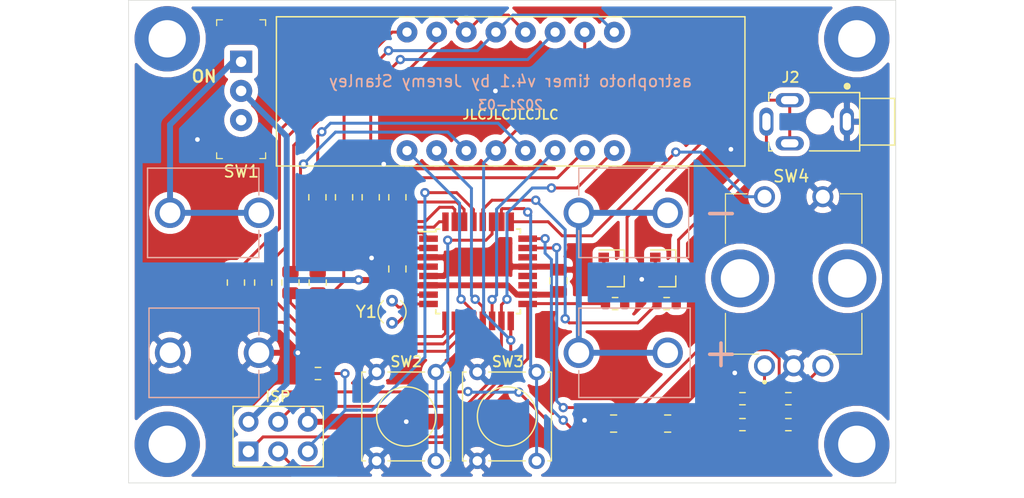
<source format=kicad_pcb>
(kicad_pcb (version 20171130) (host pcbnew "(5.1.9-0-10_14)")
  (layers (0 F.Cu signal) (31 B.Cu signal) (34 B.Paste user) (35 F.Paste user) (36 B.SilkS user) (37 F.SilkS user) (38 B.Mask user) (39 F.Mask user) (44 Edge.Cuts user))
  (net 0 "")
  (net 1 VCC)
  (net 2 GND)
  (net 3 "Net-(LED1-Pad3)")
  (net 4 "Net-(LED1-Pad5)")
  (net 5 "Net-(LED1-Pad7)")
  (net 6 "Net-(LED1-Pad11)")
  (net 7 "Net-(LED1-Pad12)")
  (net 8 "Net-(LED1-Pad13)")
  (net 9 "Net-(LED1-Pad15)")
  (net 10 "Net-(LED1-Pad16)")
  (net 11 /dige)
  (net 12 /dig4)
  (net 13 /rst)
  (net 14 /dig1)
  (net 15 /dig2)
  (net 16 /dig3)
  (net 17 /a)
  (net 18 /b)
  (net 19 /c)
  (net 20 /d)
  (net 21 /e)
  (net 22 /f)
  (net 23 /g)
  (net 24 /dp)
  (net 25 /sw1)
  (net 26 /sw2)
  (net 27 /enc_sw)
  (net 28 /enc_b)
  (net 29 /enc_a)
  (net 30 "Net-(BT1-PadPWR@)")
  (net 31 "Net-(BT1-PadGND@)")
  (net 32 /cam-shutter)
  (net 33 "Net-(J2-PadT)")
  (net 34 "Net-(J2-PadR)")
  (net 35 /cam-focus)
  (net 36 "Net-(U1-Pad22)")
  (net 37 "Net-(U1-Pad20)")
  (net 38 "Net-(U1-Pad19)")
  (net 39 "Net-(Q1-Pad1)")
  (net 40 "Net-(Q2-Pad1)")
  (net 41 "Net-(U1-Pad8)")
  (net 42 "Net-(U1-Pad7)")
  (net 43 "Net-(R11-Pad1)")
  (net 44 "Net-(R12-Pad1)")
  (module Resistor_SMD:R_0603_1608Metric (layer F.Cu) (at 98.6663 118.8085 180)
    (fp_text reference R15 hide)
    (fp_text value 10K)
    (pad 2 smd roundrect (at 0.825 0 180) (size 0.8 0.95) (layers F.Cu F.Paste F.Mask) (net 1 VCC))
    (pad 1 smd roundrect (at -0.825 0 180) (size 0.8 0.95) (layers F.Cu F.Paste F.Mask) (net 13 /rst))
  )
  (module Resistor_SMD:R_0603_1608Metric (layer F.Cu) (at 135.0645 123.19 180)
    (fp_text reference R14 hide)
    (fp_text value 10K)
    (pad 2 smd roundrect (at 0.825 0 180) (size 0.8 0.95) (layers F.Cu F.Paste F.Mask) (net 1 VCC))
    (pad 1 smd roundrect (at -0.825 0 180) (size 0.8 0.95) (layers F.Cu F.Paste F.Mask) (net 44 "Net-(R12-Pad1)"))
  )
  (module Resistor_SMD:R_0603_1608Metric (layer F.Cu) (at 139.0015 123.19 180)
    (fp_text reference R13 hide)
    (fp_text value 10K)
    (pad 2 smd roundrect (at 0.825 0 180) (size 0.8 0.95) (layers F.Cu F.Paste F.Mask) (net 1 VCC))
    (pad 1 smd roundrect (at -0.825 0 180) (size 0.8 0.95) (layers F.Cu F.Paste F.Mask) (net 43 "Net-(R11-Pad1)"))
  )
  (module Resistor_SMD:R_0603_1608Metric (layer F.Cu) (at 135.0645 120.9675 180)
    (fp_text reference R12 hide)
    (fp_text value 10K)
    (pad 2 smd roundrect (at 0.825 0 180) (size 0.8 0.95) (layers F.Cu F.Paste F.Mask) (net 28 /enc_b))
    (pad 1 smd roundrect (at -0.825 0 180) (size 0.8 0.95) (layers F.Cu F.Paste F.Mask) (net 44 "Net-(R12-Pad1)"))
  )
  (module Resistor_SMD:R_0603_1608Metric (layer F.Cu) (at 139.0015 120.9675 180)
    (fp_text reference R11 hide)
    (fp_text value 10K)
    (pad 2 smd roundrect (at 0.825 0 180) (size 0.8 0.95) (layers F.Cu F.Paste F.Mask) (net 29 /enc_a))
    (pad 1 smd roundrect (at -0.825 0 180) (size 0.8 0.95) (layers F.Cu F.Paste F.Mask) (net 43 "Net-(R11-Pad1)"))
  )
  (module Resistor_SMD:R_0603_1608Metric (layer F.Cu) (at 128.5621 112.8141 180)
    (fp_text reference R10 hide)
    (fp_text value 22K)
    (pad 2 smd roundrect (at 0.825 0 180) (size 0.8 0.95) (layers F.Cu F.Paste F.Mask) (net 35 /cam-focus))
    (pad 1 smd roundrect (at -0.825 0 180) (size 0.8 0.95) (layers F.Cu F.Paste F.Mask) (net 40 "Net-(Q2-Pad1)"))
  )
  (module Resistor_SMD:R_0603_1608Metric (layer F.Cu) (at 124.1425 112.8141 180)
    (fp_text reference R9 hide)
    (fp_text value 22K)
    (pad 2 smd roundrect (at 0.825 0 180) (size 0.8 0.95) (layers F.Cu F.Paste F.Mask) (net 32 /cam-shutter))
    (pad 1 smd roundrect (at -0.825 0 180) (size 0.8 0.95) (layers F.Cu F.Paste F.Mask) (net 39 "Net-(Q1-Pad1)"))
  )
  (module Capacitor_SMD:C_0805_2012Metric (layer F.Cu) (at 124.0155 123.1011 180)
    (fp_text reference C4 hide)
    (fp_text value 10nF)
    (pad 2 smd roundrect (at 0.95 0 180) (size 1 1.45) (layers F.Cu F.Paste F.Mask) (net 2 GND))
    (pad 1 smd roundrect (at -0.95 0 180) (size 1 1.45) (layers F.Cu F.Paste F.Mask) (net 29 /enc_a))
  )
  (module Capacitor_SMD:C_0805_2012Metric (layer F.Cu) (at 128.651 123.1011 180)
    (fp_text reference C3 hide)
    (fp_text value 10nF)
    (pad 2 smd roundrect (at 0.95 0 180) (size 1 1.45) (layers F.Cu F.Paste F.Mask) (net 2 GND))
    (pad 1 smd roundrect (at -0.95 0 180) (size 1 1.45) (layers F.Cu F.Paste F.Mask) (net 28 /enc_b))
  )
  (module Capacitor_SMD:C_0805_2012Metric (layer F.Cu) (at 119.2911 110.8583 90)
    (fp_text reference C2 hide)
    (fp_text value 100nF)
    (pad 2 smd roundrect (at 0.95 0 90) (size 1 1.45) (layers F.Cu F.Paste F.Mask) (net 2 GND))
    (pad 1 smd roundrect (at -0.95 0 90) (size 1 1.45) (layers F.Cu F.Paste F.Mask) (net 1 VCC))
  )
  (module sparkfun-batteries:BATTERY-AAA (layer B.Cu) (at 107.315 117.0305 180)
    (fp_text reference BT2 hide)
    (fp_text value Battery_Cell hide)
    (fp_text user + (at -25.908 0.0635) (layer B.SilkS) (effects (font (size 2.54 2.54) (thickness 0.3048)) (justify mirror)))
    (pad PWR@ thru_hole circle (at -13.716 0 180) (size 2.6 2.6) (drill 1.78) (layers *.Cu *.Mask) (net 31 "Net-(BT1-PadGND@)"))
    (pad PWR@ thru_hole circle (at -21.336 0 180) (size 2.6 2.6) (drill 1.78) (layers *.Cu *.Mask) (net 31 "Net-(BT1-PadGND@)"))
    (pad GND@ thru_hole circle (at 13.716 0 180) (size 2.6 2.6) (drill 1.78) (layers *.Cu *.Mask) (net 2 GND))
    (pad GND@ thru_hole circle (at 21.336 0 180) (size 2.6 2.6) (drill 1.78) (layers *.Cu *.Mask) (net 2 GND))
  )
  (module Crystal:Crystal_Round_D2.0mm_Vertical (layer F.Cu) (at 105.0163 114.4651 90)
    (fp_text reference Y1 (at 0.95 -2.2 180) (layer F.SilkS))
    (fp_text value Crystal)
    (pad 2 thru_hole circle (at 1.9 0 90) (size 1 1) (drill 0.5) (layers *.Cu *.Mask) (net 42 "Net-(U1-Pad7)"))
    (pad 1 thru_hole circle (at 0 0 90) (size 1 1) (drill 0.5) (layers *.Cu *.Mask) (net 41 "Net-(U1-Pad8)"))
  )
  (module Resistor_SMD:R_0805_2012Metric (layer F.Cu) (at 105.4735 103.6955 90)
    (fp_text reference R8 hide)
    (fp_text value 470)
    (pad 2 smd roundrect (at 0.9125 0 90) (size 1.025 1.4) (layers F.Cu F.Paste F.Mask) (roundrect_rratio 0.2439004878048781) (net 5 "Net-(LED1-Pad7)"))
    (pad 1 smd roundrect (at -0.9125 0 90) (size 1.025 1.4) (layers F.Cu F.Paste F.Mask) (roundrect_rratio 0.2439004878048781) (net 24 /dp))
  )
  (module Resistor_SMD:R_0805_2012Metric (layer F.Cu) (at 103.1875 103.6955 90)
    (fp_text reference R7 hide)
    (fp_text value 470)
    (pad 2 smd roundrect (at 0.9125 0 90) (size 1.025 1.4) (layers F.Cu F.Paste F.Mask) (roundrect_rratio 0.2439004878048781) (net 9 "Net-(LED1-Pad15)"))
    (pad 1 smd roundrect (at -0.9125 0 90) (size 1.025 1.4) (layers F.Cu F.Paste F.Mask) (roundrect_rratio 0.2439004878048781) (net 23 /g))
  )
  (module Resistor_SMD:R_0805_2012Metric (layer F.Cu) (at 100.9015 103.6955 90)
    (fp_text reference R6 hide)
    (fp_text value 470)
    (pad 2 smd roundrect (at 0.9125 0 90) (size 1.025 1.4) (layers F.Cu F.Paste F.Mask) (roundrect_rratio 0.2439004878048781) (net 6 "Net-(LED1-Pad11)"))
    (pad 1 smd roundrect (at -0.9125 0 90) (size 1.025 1.4) (layers F.Cu F.Paste F.Mask) (roundrect_rratio 0.2439004878048781) (net 22 /f))
  )
  (module Resistor_SMD:R_0805_2012Metric (layer F.Cu) (at 98.6155 103.6955 90)
    (fp_text reference R5 hide)
    (fp_text value 470)
    (pad 2 smd roundrect (at 0.9125 0 90) (size 1.025 1.4) (layers F.Cu F.Paste F.Mask) (roundrect_rratio 0.2439004878048781) (net 4 "Net-(LED1-Pad5)"))
    (pad 1 smd roundrect (at -0.9125 0 90) (size 1.025 1.4) (layers F.Cu F.Paste F.Mask) (roundrect_rratio 0.2439004878048781) (net 21 /e))
  )
  (module Resistor_SMD:R_0805_2012Metric (layer F.Cu) (at 98.6409 111.0107 90)
    (fp_text reference R4 hide)
    (fp_text value 470)
    (pad 2 smd roundrect (at 0.9125 0 90) (size 1.025 1.4) (layers F.Cu F.Paste F.Mask) (roundrect_rratio 0.2439004878048781) (net 3 "Net-(LED1-Pad3)"))
    (pad 1 smd roundrect (at -0.9125 0 90) (size 1.025 1.4) (layers F.Cu F.Paste F.Mask) (roundrect_rratio 0.2439004878048781) (net 20 /d))
  )
  (module Resistor_SMD:R_0805_2012Metric (layer F.Cu) (at 96.3041 111.0107 90)
    (fp_text reference R3 hide)
    (fp_text value 470)
    (pad 2 smd roundrect (at 0.9125 0 90) (size 1.025 1.4) (layers F.Cu F.Paste F.Mask) (roundrect_rratio 0.2439004878048781) (net 8 "Net-(LED1-Pad13)"))
    (pad 1 smd roundrect (at -0.9125 0 90) (size 1.025 1.4) (layers F.Cu F.Paste F.Mask) (roundrect_rratio 0.2439004878048781) (net 19 /c))
  )
  (module Resistor_SMD:R_0805_2012Metric (layer F.Cu) (at 93.9673 111.0107 90)
    (fp_text reference R2 hide)
    (fp_text value 470)
    (pad 2 smd roundrect (at 0.9125 0 90) (size 1.025 1.4) (layers F.Cu F.Paste F.Mask) (roundrect_rratio 0.2439004878048781) (net 10 "Net-(LED1-Pad16)"))
    (pad 1 smd roundrect (at -0.9125 0 90) (size 1.025 1.4) (layers F.Cu F.Paste F.Mask) (roundrect_rratio 0.2439004878048781) (net 18 /b))
  )
  (module Resistor_SMD:R_0805_2012Metric (layer F.Cu) (at 91.6305 111.0107 90)
    (fp_text reference R1 hide)
    (fp_text value 470)
    (pad 2 smd roundrect (at 0.9125 0 90) (size 1.025 1.4) (layers F.Cu F.Paste F.Mask) (roundrect_rratio 0.2439004878048781) (net 7 "Net-(LED1-Pad12)"))
    (pad 1 smd roundrect (at -0.9125 0 90) (size 1.025 1.4) (layers F.Cu F.Paste F.Mask) (roundrect_rratio 0.2439004878048781) (net 17 /a))
  )
  (module Capacitor_SMD:C_0805_2012Metric (layer F.Cu) (at 105.4735 109.8423 90)
    (fp_text reference C1 hide)
    (fp_text value 100nF)
    (pad 2 smd roundrect (at 0.95 0 90) (size 1 1.45) (layers F.Cu F.Paste F.Mask) (net 2 GND))
    (pad 1 smd roundrect (at -0.95 0 90) (size 1 1.45) (layers F.Cu F.Paste F.Mask) (net 1 VCC))
  )
  (module Package_QFP:TQFP-32_7x7mm_P0.8mm (layer F.Cu) (at 112.395 110.0455)
    (fp_text reference U1 hide)
    (fp_text value ATmega328P-AU)
    (pad 32 smd rect (at -2.8 -4.25 90) (size 1.6 0.55) (layers F.Cu F.Paste F.Mask) (net 22 /f))
    (pad 31 smd rect (at -2 -4.25 90) (size 1.6 0.55) (layers F.Cu F.Paste F.Mask) (net 23 /g))
    (pad 30 smd rect (at -1.2 -4.25 90) (size 1.6 0.55) (layers F.Cu F.Paste F.Mask) (net 24 /dp))
    (pad 29 smd rect (at -0.4 -4.25 90) (size 1.6 0.55) (layers F.Cu F.Paste F.Mask) (net 13 /rst))
    (pad 28 smd rect (at 0.4 -4.25 90) (size 1.6 0.55) (layers F.Cu F.Paste F.Mask) (net 35 /cam-focus))
    (pad 27 smd rect (at 1.2 -4.25 90) (size 1.6 0.55) (layers F.Cu F.Paste F.Mask) (net 25 /sw1))
    (pad 26 smd rect (at 2 -4.25 90) (size 1.6 0.55) (layers F.Cu F.Paste F.Mask) (net 26 /sw2))
    (pad 25 smd rect (at 2.8 -4.25 90) (size 1.6 0.55) (layers F.Cu F.Paste F.Mask) (net 27 /enc_sw))
    (pad 24 smd rect (at 4.25 -2.8) (size 1.6 0.55) (layers F.Cu F.Paste F.Mask) (net 28 /enc_b))
    (pad 23 smd rect (at 4.25 -2) (size 1.6 0.55) (layers F.Cu F.Paste F.Mask) (net 29 /enc_a))
    (pad 22 smd rect (at 4.25 -1.2) (size 1.6 0.55) (layers F.Cu F.Paste F.Mask) (net 36 "Net-(U1-Pad22)"))
    (pad 21 smd rect (at 4.25 -0.4) (size 1.6 0.55) (layers F.Cu F.Paste F.Mask) (net 2 GND))
    (pad 20 smd rect (at 4.25 0.4) (size 1.6 0.55) (layers F.Cu F.Paste F.Mask) (net 37 "Net-(U1-Pad20)"))
    (pad 19 smd rect (at 4.25 1.2) (size 1.6 0.55) (layers F.Cu F.Paste F.Mask) (net 38 "Net-(U1-Pad19)"))
    (pad 18 smd rect (at 4.25 2) (size 1.6 0.55) (layers F.Cu F.Paste F.Mask) (net 1 VCC))
    (pad 17 smd rect (at 4.25 2.8) (size 1.6 0.55) (layers F.Cu F.Paste F.Mask) (net 32 /cam-shutter))
    (pad 16 smd rect (at 2.8 4.25 90) (size 1.6 0.55) (layers F.Cu F.Paste F.Mask) (net 11 /dige))
    (pad 15 smd rect (at 2 4.25 90) (size 1.6 0.55) (layers F.Cu F.Paste F.Mask) (net 12 /dig4))
    (pad 14 smd rect (at 1.2 4.25 90) (size 1.6 0.55) (layers F.Cu F.Paste F.Mask) (net 16 /dig3))
    (pad 13 smd rect (at 0.4 4.25 90) (size 1.6 0.55) (layers F.Cu F.Paste F.Mask) (net 15 /dig2))
    (pad 12 smd rect (at -0.4 4.25 90) (size 1.6 0.55) (layers F.Cu F.Paste F.Mask) (net 14 /dig1))
    (pad 11 smd rect (at -1.2 4.25 90) (size 1.6 0.55) (layers F.Cu F.Paste F.Mask) (net 17 /a))
    (pad 10 smd rect (at -2 4.25 90) (size 1.6 0.55) (layers F.Cu F.Paste F.Mask) (net 18 /b))
    (pad 9 smd rect (at -2.8 4.25 90) (size 1.6 0.55) (layers F.Cu F.Paste F.Mask) (net 19 /c))
    (pad 8 smd rect (at -4.25 2.8) (size 1.6 0.55) (layers F.Cu F.Paste F.Mask) (net 41 "Net-(U1-Pad8)"))
    (pad 7 smd rect (at -4.25 2) (size 1.6 0.55) (layers F.Cu F.Paste F.Mask) (net 42 "Net-(U1-Pad7)"))
    (pad 6 smd rect (at -4.25 1.2) (size 1.6 0.55) (layers F.Cu F.Paste F.Mask) (net 1 VCC))
    (pad 5 smd rect (at -4.25 0.4) (size 1.6 0.55) (layers F.Cu F.Paste F.Mask) (net 2 GND))
    (pad 4 smd rect (at -4.25 -0.4) (size 1.6 0.55) (layers F.Cu F.Paste F.Mask) (net 1 VCC))
    (pad 3 smd rect (at -4.25 -1.2) (size 1.6 0.55) (layers F.Cu F.Paste F.Mask) (net 2 GND))
    (pad 2 smd rect (at -4.25 -2) (size 1.6 0.55) (layers F.Cu F.Paste F.Mask) (net 20 /d))
    (pad 1 smd rect (at -4.25 -2.8) (size 1.6 0.55) (layers F.Cu F.Paste F.Mask) (net 21 /e))
  )
  (module sparkfun-batteries:BATTERY-AAA (layer B.Cu) (at 107.315 105.029)
    (fp_text reference BT1 hide)
    (fp_text value Battery_Cell hide)
    (fp_text user - (at 25.908 -0.127 180) (layer B.SilkS) (effects (font (size 2.54 2.54) (thickness 0.3048)) (justify mirror)))
    (pad PWR@ thru_hole circle (at -13.716 0) (size 2.6 2.6) (drill 1.78) (layers *.Cu *.Mask) (net 30 "Net-(BT1-PadPWR@)"))
    (pad PWR@ thru_hole circle (at -21.336 0) (size 2.6 2.6) (drill 1.78) (layers *.Cu *.Mask) (net 30 "Net-(BT1-PadPWR@)"))
    (pad GND@ thru_hole circle (at 13.716 0) (size 2.6 2.6) (drill 1.78) (layers *.Cu *.Mask) (net 31 "Net-(BT1-PadGND@)"))
    (pad GND@ thru_hole circle (at 21.336 0) (size 2.6 2.6) (drill 1.78) (layers *.Cu *.Mask) (net 31 "Net-(BT1-PadGND@)"))
  )
  (module Package_TO_SOT_SMD:SOT-23 (layer F.Cu) (at 128.5875 109.7915)
    (fp_text reference Q2 hide)
    (fp_text value Q_NPN_BEC)
    (pad 3 smd rect (at 1 0) (size 0.9 0.8) (layers F.Cu F.Paste F.Mask) (net 34 "Net-(J2-PadR)"))
    (pad 2 smd rect (at -1 0.95) (size 0.9 0.8) (layers F.Cu F.Paste F.Mask) (net 2 GND))
    (pad 1 smd rect (at -1 -0.95) (size 0.9 0.8) (layers F.Cu F.Paste F.Mask) (net 40 "Net-(Q2-Pad1)"))
  )
  (module Package_TO_SOT_SMD:SOT-23 (layer F.Cu) (at 124.1679 109.7915)
    (fp_text reference Q1 hide)
    (fp_text value Q_NPN_BEC)
    (pad 3 smd rect (at 1 0) (size 0.9 0.8) (layers F.Cu F.Paste F.Mask) (net 33 "Net-(J2-PadT)"))
    (pad 2 smd rect (at -1 0.95) (size 0.9 0.8) (layers F.Cu F.Paste F.Mask) (net 2 GND))
    (pad 1 smd rect (at -1 -0.95) (size 0.9 0.8) (layers F.Cu F.Paste F.Mask) (net 39 "Net-(Q1-Pad1)"))
  )
  (module more_different_sj1:CUI_SJ1-2503A (layer F.Cu) (at 144.018 97.2185 270)
    (fp_text reference J2 (at -3.81 4.826 180) (layer F.SilkS) (effects (font (size 0.889 0.889) (thickness 0.1524))))
    (fp_text value AudioJack3)
    (pad R thru_hole oval (at 0 6.9 270) (size 2.416 1.208) (drill oval 1.5 0.7) (layers *.Cu *.Mask) (net 34 "Net-(J2-PadR)"))
    (pad T thru_hole oval (at 1.85 4.9 270) (size 1.208 2.416) (drill oval 0.7 1.5) (layers *.Cu *.Mask) (net 33 "Net-(J2-PadT)"))
    (pad T thru_hole oval (at -1.85 4.9 270) (size 1.208 2.416) (drill oval 0.7 1.5) (layers *.Cu *.Mask) (net 33 "Net-(J2-PadT)"))
    (pad S thru_hole oval (at 0 0 270) (size 2.416 1.208) (drill oval 1.5 0.7) (layers *.Cu *.Mask) (net 2 GND))
    (pad None np_thru_hole circle (at 0 2.4 270) (size 1.2 1.2) (drill 1.2) (layers *.Cu *.Mask))
  )
  (module Button_Switch_THT:SW_Tactile_Straight_KSA0Axx1LFTR (layer F.Cu) (at 112.3315 126.3015 90)
    (fp_text reference SW3 (at 8.509 2.6035 180) (layer F.SilkS) (effects (font (size 0.889 0.889) (thickness 0.1524))))
    (fp_text value SW_Push)
    (pad 2 thru_hole circle (at 0 5.08 90) (size 1.397 1.397) (drill 0.8128) (layers *.Cu *.Mask) (net 26 /sw2))
    (pad 1 thru_hole circle (at 0 0 90) (size 1.397 1.397) (drill 0.8128) (layers *.Cu *.Mask) (net 2 GND))
    (pad 2 thru_hole circle (at 7.62 5.08 90) (size 1.397 1.397) (drill 0.8128) (layers *.Cu *.Mask) (net 26 /sw2))
    (pad 1 thru_hole circle (at 7.62 0 90) (size 1.397 1.397) (drill 0.8128) (layers *.Cu *.Mask) (net 2 GND))
  )
  (module en11:EN11HSM1AF15 (layer F.Cu) (at 136.9568 118.1481)
    (fp_text reference SW4 (at 2.286 -16.256) (layer F.SilkS) (effects (font (size 1.016 1.016) (thickness 0.1524))))
    (fp_text value Rotary_Encoder_Switch hide)
    (pad "" thru_hole circle (at 7.1 -7.5) (size 4.951999 4.951999) (drill 3.3015) (layers *.Cu *.Mask))
    (pad "" thru_hole circle (at -2.1 -7.5) (size 4.951999 4.951999) (drill 3.3015) (layers *.Cu *.Mask))
    (pad S2 thru_hole circle (at 5 -14.5) (size 1.8 1.8) (drill 1.2) (layers *.Cu *.Mask) (net 2 GND))
    (pad S1 thru_hole circle (at 0 -14.5) (size 1.8 1.8) (drill 1.2) (layers *.Cu *.Mask) (net 27 /enc_sw))
    (pad C thru_hole circle (at 2.5 0) (size 1.8 1.8) (drill 1.2) (layers *.Cu *.Mask) (net 2 GND))
    (pad B thru_hole circle (at 5 0) (size 1.8 1.8) (drill 1.2) (layers *.Cu *.Mask) (net 43 "Net-(R11-Pad1)"))
    (pad A thru_hole circle (at 0 0) (size 1.8 1.8) (drill 1.2) (layers *.Cu *.Mask) (net 44 "Net-(R12-Pad1)"))
  )
  (module digikey:Switch_Slide_11.6x4mm_EG1218 (layer F.Cu) (at 92.075 92.075 270)
    (fp_text reference SW1 (at 9.4107 -0.0127 180) (layer F.SilkS))
    (fp_text value SW_SPST)
    (pad 3 thru_hole circle (at 5 0 270) (size 1.9 1.9) (drill 0.9) (layers *.Cu *.Mask))
    (pad 2 thru_hole circle (at 2.5 0 270) (size 1.9 1.9) (drill 0.9) (layers *.Cu *.Mask) (net 1 VCC))
    (pad 1 thru_hole rect (at 0 0 270) (size 1.9 1.9) (drill 0.9) (layers *.Cu *.Mask) (net 30 "Net-(BT1-PadPWR@)"))
  )
  (module MountingHole:MountingHole_3.2mm_M3_DIN965_Pad (layer F.Cu) (at 85.7377 90.1065)
    (fp_text reference REF** hide)
    (fp_text value MountingHole_3.2mm_M3_DIN965_Pad)
    (pad "" thru_hole circle (at 0 0) (size 5.599999 5.599999) (drill 3.200001) (layers *.Cu *.Mask))
  )
  (module MountingHole:MountingHole_3.2mm_M3_DIN965_Pad (layer F.Cu) (at 85.7377 124.8791)
    (fp_text reference REF** hide)
    (fp_text value MountingHole_3.2mm_M3_DIN965_Pad)
    (pad "" thru_hole circle (at 0 0) (size 5.599999 5.599999) (drill 3.200001) (layers *.Cu *.Mask))
  )
  (module MountingHole:MountingHole_3.2mm_M3_DIN965_Pad (layer F.Cu) (at 144.8689 124.8537)
    (fp_text reference REF** hide)
    (fp_text value MountingHole_3.2mm_M3_DIN965_Pad)
    (pad "" thru_hole circle (at 0 0.0254) (size 5.599999 5.599999) (drill 3.200001) (layers *.Cu *.Mask))
  )
  (module MountingHole:MountingHole_3.2mm_M3_DIN965_Pad (layer F.Cu) (at 144.8689 90.1065)
    (fp_text reference REF** hide)
    (fp_text value MountingHole_3.2mm_M3_DIN965_Pad)
    (pad "" thru_hole circle (at 0 0) (size 5.599999 5.599999) (drill 3.200001) (layers *.Cu *.Mask))
  )
  (module Button_Switch_THT:SW_Tactile_Straight_KSA0Axx1LFTR (layer F.Cu) (at 103.6955 126.3015 90)
    (fp_text reference SW2 (at 8.509 2.54 180) (layer F.SilkS) (effects (font (size 0.889 0.889) (thickness 0.1524))))
    (fp_text value SW_Push)
    (pad 2 thru_hole circle (at 0 5.08 90) (size 1.397 1.397) (drill 0.8128) (layers *.Cu *.Mask) (net 25 /sw1))
    (pad 1 thru_hole circle (at 0 0 90) (size 1.397 1.397) (drill 0.8128) (layers *.Cu *.Mask) (net 2 GND))
    (pad 2 thru_hole circle (at 7.62 5.08 90) (size 1.397 1.397) (drill 0.8128) (layers *.Cu *.Mask) (net 25 /sw1))
    (pad 1 thru_hole circle (at 7.62 0 90) (size 1.397 1.397) (drill 0.8128) (layers *.Cu *.Mask) (net 2 GND))
  )
  (module SparkFun_LEDs:7-SEGMENT-4DIGIT-YOUNGSUN (layer F.Cu) (at 115.189 94.615)
    (fp_text reference LED1 hide)
    (fp_text value 7-SEGMENT-4DIGIT-10MM-RED hide)
    (pad 1 thru_hole circle (at -8.89 5.08) (size 1.778 1.778) (drill 0.79756) (layers *.Cu *.Mask) (net 14 /dig1))
    (pad 2 thru_hole circle (at -6.35 5.08) (size 1.778 1.778) (drill 0.79756) (layers *.Cu *.Mask) (net 15 /dig2))
    (pad 3 thru_hole circle (at -3.81 5.08) (size 1.778 1.778) (drill 0.79756) (layers *.Cu *.Mask) (net 3 "Net-(LED1-Pad3)"))
    (pad 4 thru_hole circle (at -1.27 5.08) (size 1.778 1.778) (drill 0.79756) (layers *.Cu *.Mask) (net 11 /dige))
    (pad 5 thru_hole circle (at 1.27 5.08) (size 1.778 1.778) (drill 0.79756) (layers *.Cu *.Mask) (net 4 "Net-(LED1-Pad5)"))
    (pad 6 thru_hole circle (at 3.81 5.08) (size 1.778 1.778) (drill 0.79756) (layers *.Cu *.Mask) (net 16 /dig3))
    (pad 7 thru_hole circle (at 6.35 5.08) (size 1.778 1.778) (drill 0.79756) (layers *.Cu *.Mask) (net 5 "Net-(LED1-Pad7)"))
    (pad 8 thru_hole circle (at 8.89 5.08) (size 1.778 1.778) (drill 0.79756) (layers *.Cu *.Mask) (net 12 /dig4))
    (pad 9 thru_hole circle (at 8.89 -5.08) (size 1.778 1.778) (drill 0.79756) (layers *.Cu *.Mask) (net 8 "Net-(LED1-Pad13)"))
    (pad 10 thru_hole circle (at 6.35 -5.08) (size 1.778 1.778) (drill 0.79756) (layers *.Cu *.Mask) (net 11 /dige))
    (pad 11 thru_hole circle (at 3.81 -5.08) (size 1.778 1.778) (drill 0.79756) (layers *.Cu *.Mask) (net 6 "Net-(LED1-Pad11)"))
    (pad 12 thru_hole circle (at 1.27 -5.08) (size 1.778 1.778) (drill 0.79756) (layers *.Cu *.Mask) (net 7 "Net-(LED1-Pad12)"))
    (pad 13 thru_hole circle (at -1.27 -5.08) (size 1.778 1.778) (drill 0.79756) (layers *.Cu *.Mask) (net 8 "Net-(LED1-Pad13)"))
    (pad 14 thru_hole circle (at -3.81 -5.08) (size 1.778 1.778) (drill 0.79756) (layers *.Cu *.Mask) (net 7 "Net-(LED1-Pad12)"))
    (pad 15 thru_hole circle (at -6.35 -5.08) (size 1.778 1.778) (drill 0.79756) (layers *.Cu *.Mask) (net 9 "Net-(LED1-Pad15)"))
    (pad 16 thru_hole circle (at -8.89 -5.08) (size 1.778 1.778) (drill 0.79756) (layers *.Cu *.Mask) (net 10 "Net-(LED1-Pad16)"))
  )
  (module Connector_PinHeader_2.54mm:PinHeader_2x03_P2.54mm_Vertical (layer F.Cu) (at 92.71 125.4887 90)
    (fp_text reference J1 hide)
    (fp_text value AVR-ISP-6)
    (pad 1 thru_hole rect (at 0 0 90) (size 1.7 1.7) (drill 1) (layers *.Cu *.Mask) (net 11 /dige))
    (pad 2 thru_hole oval (at 2.54 0 90) (size 1.7 1.7) (drill 1) (layers *.Cu *.Mask) (net 1 VCC))
    (pad 3 thru_hole oval (at 0 2.54 90) (size 1.7 1.7) (drill 1) (layers *.Cu *.Mask) (net 32 /cam-shutter))
    (pad 4 thru_hole oval (at 2.54 2.54 90) (size 1.7 1.7) (drill 1) (layers *.Cu *.Mask) (net 12 /dig4))
    (pad 5 thru_hole oval (at 0 5.08 90) (size 1.7 1.7) (drill 1) (layers *.Cu *.Mask) (net 13 /rst))
    (pad 6 thru_hole oval (at 2.54 5.08 90) (size 1.7 1.7) (drill 1) (layers *.Cu *.Mask) (net 2 GND))
  )
  (gr_text JLCJLCJLCJLC (at 115.1763 96.6089) (layer F.SilkS) (effects (font (size 0.8 0.8))))
  (gr_text ON (at 88.9 93.3323) (layer F.SilkS) (effects (font (size 1 1) (thickness 0.2))))
  (gr_text 2021-03 (at 115.1763 95.7707) (layer B.SilkS) (effects (font (size 0.8 0.8)) (justify mirror)))
  (gr_text ISP (at 95.2246 120.7897) (layer F.SilkS) (effects (font (size 0.889 0.889) (thickness 0.1524))))
  (gr_text "astrophoto timer v4.1 by Jeremy Stanley" (at 115.1763 93.7387) (layer B.SilkS) (effects (font (size 1 1)) (justify mirror)))
  (gr_line (start 148.209 86.8045) (end 82.423 86.8045) (layer Edge.Cuts) (width 0.05))
  (gr_line (start 148.209 128.1905) (end 148.209 86.8045) (layer Edge.Cuts) (width 0.05))
  (gr_line (start 82.423 128.1905) (end 148.209 128.1905) (layer Edge.Cuts) (width 0.05))
  (gr_line (start 82.423 86.8045) (end 82.423 128.1905) (layer Edge.Cuts) (width 0.05))
  (segment (start 114.925518 111.2455) (end 115.725518 112.0455) (width 0.508) (layer F.Cu) (net 1))
  (segment (start 108.145 111.2455) (end 114.925518 111.2455) (width 0.508) (layer F.Cu) (net 1))
  (segment (start 115.725518 112.0455) (end 116.645 112.0455) (width 0.508) (layer F.Cu) (net 1))
  (segment (start 108.145 109.6455) (end 107.7277 109.6455) (width 0.508) (layer F.Cu) (net 1))
  (segment (start 107.7277 109.6455) (end 107.6935 109.6797) (width 0.508) (layer F.Cu) (net 1))
  (segment (start 105.00872 110.79988) (end 105.0163 110.7923) (width 0.508) (layer F.Cu) (net 1))
  (segment (start 106.6203 109.6455) (end 108.145 109.6455) (width 0.508) (layer F.Cu) (net 1))
  (segment (start 105.4735 110.7923) (end 106.6203 109.6455) (width 0.508) (layer F.Cu) (net 1))
  (segment (start 105.9267 111.2455) (end 108.145 111.2455) (width 0.508) (layer F.Cu) (net 1))
  (segment (start 105.4735 110.7923) (end 105.9267 111.2455) (width 0.508) (layer F.Cu) (net 1))
  (segment (start 119.0539 112.0455) (end 116.645 112.0455) (width 0.508) (layer F.Cu) (net 1))
  (segment (start 119.2911 111.8083) (end 119.0539 112.0455) (width 0.508) (layer F.Cu) (net 1))
  (segment (start 97.7538 120.3306) (end 97.7011 120.3833) (width 0.25) (layer F.Cu) (net 1))
  (via (at 115.8875 120.4087) (size 0.8) (drill 0.4) (layers F.Cu B.Cu) (net 1))
  (via (at 102.146098 110.7821) (size 0.8) (drill 0.4) (layers F.Cu B.Cu) (net 1))
  (segment (start 102.135938 110.79226) (end 102.146098 110.7821) (width 0.508) (layer B.Cu) (net 1))
  (segment (start 96.23044 110.79226) (end 102.135938 110.79226) (width 0.508) (layer B.Cu) (net 1))
  (segment (start 105.4735 110.7923) (end 102.156298 110.7923) (width 0.508) (layer F.Cu) (net 1))
  (segment (start 102.156298 110.7923) (end 102.146098 110.7821) (width 0.508) (layer F.Cu) (net 1))
  (segment (start 97.8413 120.3711) (end 97.8535 120.3833) (width 0.254) (layer F.Cu) (net 1))
  (segment (start 97.8413 118.8085) (end 97.8413 120.3711) (width 0.254) (layer F.Cu) (net 1))
  (segment (start 97.7011 120.3833) (end 97.8535 120.3833) (width 0.254) (layer F.Cu) (net 1))
  (segment (start 97.8535 120.3833) (end 111.497716 120.3833) (width 0.254) (layer F.Cu) (net 1))
  (via (at 111.527259 120.353757) (size 0.8) (drill 0.4) (layers F.Cu B.Cu) (net 1))
  (segment (start 115.8875 120.4087) (end 111.582202 120.4087) (width 0.254) (layer B.Cu) (net 1))
  (segment (start 111.582202 120.4087) (end 111.527259 120.353757) (width 0.254) (layer B.Cu) (net 1))
  (segment (start 111.497716 120.3833) (end 111.527259 120.353757) (width 0.254) (layer F.Cu) (net 1))
  (segment (start 137.1732 124.1933) (end 138.1765 123.19) (width 0.25) (layer F.Cu) (net 1))
  (segment (start 135.2428 124.1933) (end 137.1732 124.1933) (width 0.25) (layer F.Cu) (net 1))
  (segment (start 134.2395 123.19) (end 135.2428 124.1933) (width 0.25) (layer F.Cu) (net 1))
  (segment (start 95.983499 119.675201) (end 92.71 122.9487) (width 0.508) (layer B.Cu) (net 1))
  (segment (start 95.983499 98.483499) (end 95.983499 119.675201) (width 0.508) (layer B.Cu) (net 1))
  (segment (start 92.075 94.575) (end 95.983499 98.483499) (width 0.508) (layer B.Cu) (net 1))
  (segment (start 95.2754 120.3833) (end 92.71 122.9487) (width 0.254) (layer F.Cu) (net 1))
  (segment (start 97.7011 120.3833) (end 95.2754 120.3833) (width 0.254) (layer F.Cu) (net 1))
  (segment (start 121.6787 126.1999) (end 129.1209 126.1999) (width 0.25) (layer F.Cu) (net 1))
  (segment (start 132.1308 123.19) (end 134.2395 123.19) (width 0.25) (layer F.Cu) (net 1))
  (segment (start 129.1209 126.1999) (end 132.1308 123.19) (width 0.25) (layer F.Cu) (net 1))
  (segment (start 115.8875 120.4087) (end 121.6787 126.1999) (width 0.25) (layer F.Cu) (net 1))
  (segment (start 109.777801 109.614699) (end 109.777801 109.614699) (width 0.254) (layer F.Cu) (net 2))
  (segment (start 109.777801 109.170301) (end 109.777801 109.614699) (width 0.508) (layer F.Cu) (net 2))
  (segment (start 109.453 108.8455) (end 109.777801 109.170301) (width 0.508) (layer F.Cu) (net 2))
  (segment (start 108.145 108.8455) (end 109.453 108.8455) (width 0.508) (layer F.Cu) (net 2))
  (segment (start 109.777801 110.120699) (end 109.777801 109.614699) (width 0.508) (layer F.Cu) (net 2))
  (segment (start 109.453 110.4455) (end 109.777801 110.120699) (width 0.508) (layer F.Cu) (net 2))
  (segment (start 108.145 110.4455) (end 109.453 110.4455) (width 0.508) (layer F.Cu) (net 2))
  (segment (start 109.808602 109.6455) (end 109.777801 109.614699) (width 0.508) (layer F.Cu) (net 2))
  (segment (start 116.645 109.6455) (end 109.808602 109.6455) (width 0.508) (layer F.Cu) (net 2))
  (via (at 134.0739 99.5807) (size 0.8) (drill 0.4) (layers F.Cu B.Cu) (net 2))
  (via (at 113.8809 94.5769) (size 0.8) (drill 0.4) (layers F.Cu B.Cu) (net 2))
  (via (at 106.2355 122.936) (size 0.8) (drill 0.4) (layers F.Cu B.Cu) (net 2))
  (via (at 88.3285 98.7425) (size 0.8) (drill 0.4) (layers F.Cu B.Cu) (net 2))
  (segment (start 103.26124 108.89988) (end 103.26124 108.89988) (width 0.508) (layer F.Cu) (net 2))
  (via (at 103.261224 108.89988) (size 0.8) (drill 0.4) (layers F.Cu B.Cu) (net 2))
  (segment (start 105.0631 108.8455) (end 105.0163 108.8923) (width 0.508) (layer F.Cu) (net 2))
  (segment (start 105.5203 108.8455) (end 105.4735 108.8923) (width 0.508) (layer F.Cu) (net 2))
  (segment (start 108.145 108.8455) (end 105.5203 108.8455) (width 0.508) (layer F.Cu) (net 2))
  (segment (start 103.268804 108.8923) (end 103.261224 108.89988) (width 0.508) (layer F.Cu) (net 2))
  (segment (start 105.4735 108.8923) (end 103.268804 108.8923) (width 0.508) (layer F.Cu) (net 2))
  (segment (start 119.0283 109.6455) (end 119.2911 109.9083) (width 0.508) (layer F.Cu) (net 2))
  (segment (start 116.645 109.6455) (end 119.0283 109.6455) (width 0.508) (layer F.Cu) (net 2))
  (segment (start 122.3347 109.9083) (end 123.1679 110.7415) (width 0.254) (layer F.Cu) (net 2))
  (segment (start 119.2911 109.9083) (end 122.3347 109.9083) (width 0.254) (layer F.Cu) (net 2))
  (via (at 126.4285 110.7313) (size 0.8) (drill 0.4) (layers F.Cu B.Cu) (net 2))
  (segment (start 126.4387 110.7415) (end 126.4285 110.7313) (width 0.254) (layer F.Cu) (net 2))
  (segment (start 127.5875 110.7415) (end 126.4387 110.7415) (width 0.254) (layer F.Cu) (net 2))
  (via (at 104.3051 100.8507) (size 0.8) (drill 0.4) (layers F.Cu B.Cu) (net 2))
  (via (at 134.4041 118.7577) (size 0.8) (drill 0.4) (layers F.Cu B.Cu) (net 2))
  (via (at 121.5263 122.8217) (size 0.8) (drill 0.4) (layers F.Cu B.Cu) (net 2))
  (via (at 96.9391 117.0305) (size 0.8) (drill 0.4) (layers F.Cu B.Cu) (net 2))
  (segment (start 93.599 117.0305) (end 96.9391 117.0305) (width 0.508) (layer F.Cu) (net 2))
  (segment (start 100.164898 98.1075) (end 97.4217 100.850698) (width 0.254) (layer B.Cu) (net 3))
  (segment (start 111.379 99.695) (end 109.7915 98.1075) (width 0.254) (layer B.Cu) (net 3))
  (segment (start 109.7915 98.1075) (end 100.164898 98.1075) (width 0.254) (layer B.Cu) (net 3))
  (via (at 97.4217 100.850698) (size 0.8) (drill 0.4) (layers F.Cu B.Cu) (net 3))
  (segment (start 97.2185 101.053898) (end 97.4217 100.850698) (width 0.254) (layer F.Cu) (net 3))
  (segment (start 97.4217 100.850698) (end 97.3201 100.952298) (width 0.25) (layer F.Cu) (net 3))
  (segment (start 98.6409 109.3343) (end 98.6409 110.0982) (width 0.254) (layer F.Cu) (net 3))
  (segment (start 97.1677 107.8611) (end 98.6409 109.3343) (width 0.254) (layer F.Cu) (net 3))
  (segment (start 97.1677 101.104698) (end 97.1677 107.8611) (width 0.254) (layer F.Cu) (net 3))
  (segment (start 97.4217 100.850698) (end 97.1677 101.104698) (width 0.254) (layer F.Cu) (net 3))
  (segment (start 114.1095 97.3455) (end 99.7331 97.3455) (width 0.254) (layer B.Cu) (net 4))
  (via (at 98.9965 98.0821) (size 0.8) (drill 0.4) (layers F.Cu B.Cu) (net 4))
  (segment (start 99.7331 97.3455) (end 98.9965 98.0821) (width 0.254) (layer B.Cu) (net 4))
  (segment (start 116.459 99.695) (end 114.1095 97.3455) (width 0.254) (layer B.Cu) (net 4))
  (segment (start 98.6409 98.4377) (end 98.6409 102.6814) (width 0.254) (layer F.Cu) (net 4))
  (segment (start 98.6409 102.6814) (end 98.7425 102.783) (width 0.254) (layer F.Cu) (net 4))
  (segment (start 98.9965 98.0821) (end 98.6409 98.4377) (width 0.254) (layer F.Cu) (net 4))
  (segment (start 106.2374 102.0191) (end 105.4735 102.783) (width 0.254) (layer F.Cu) (net 5))
  (segment (start 119.2149 102.0191) (end 106.2374 102.0191) (width 0.254) (layer F.Cu) (net 5))
  (segment (start 121.539 99.695) (end 119.2149 102.0191) (width 0.254) (layer F.Cu) (net 5))
  (via (at 105.7275 91.8845) (size 0.8) (drill 0.4) (layers F.Cu B.Cu) (net 6))
  (segment (start 116.6495 91.8845) (end 105.7275 91.8845) (width 0.254) (layer B.Cu) (net 6))
  (segment (start 118.999 89.535) (end 116.6495 91.8845) (width 0.254) (layer B.Cu) (net 6))
  (segment (start 100.9015 96.6851) (end 100.9015 102.783) (width 0.254) (layer F.Cu) (net 6))
  (segment (start 105.7021 91.8845) (end 100.9015 96.6851) (width 0.254) (layer F.Cu) (net 6))
  (segment (start 105.7275 91.8845) (end 105.7021 91.8845) (width 0.254) (layer F.Cu) (net 6))
  (segment (start 112.8395 88.0745) (end 114.9985 88.0745) (width 0.254) (layer F.Cu) (net 7))
  (segment (start 114.9985 88.0745) (end 116.459 89.535) (width 0.254) (layer F.Cu) (net 7))
  (segment (start 111.379 89.535) (end 112.8395 88.0745) (width 0.254) (layer F.Cu) (net 7))
  (segment (start 95.3643 106.3644) (end 91.6305 110.0982) (width 0.254) (layer F.Cu) (net 7))
  (segment (start 95.3643 97.9805) (end 95.3643 106.3644) (width 0.254) (layer F.Cu) (net 7))
  (segment (start 105.2703 88.0745) (end 95.3643 97.9805) (width 0.254) (layer F.Cu) (net 7))
  (segment (start 109.9185 88.0745) (end 105.2703 88.0745) (width 0.254) (layer F.Cu) (net 7))
  (segment (start 111.379 89.535) (end 109.9185 88.0745) (width 0.254) (layer F.Cu) (net 7))
  (segment (start 113.919 89.535) (end 115.3795 88.0745) (width 0.254) (layer B.Cu) (net 8))
  (segment (start 122.6185 88.0745) (end 124.079 89.535) (width 0.254) (layer B.Cu) (net 8))
  (segment (start 115.3795 88.0745) (end 122.6185 88.0745) (width 0.254) (layer B.Cu) (net 8))
  (via (at 104.711498 91.1225) (size 0.8) (drill 0.4) (layers F.Cu B.Cu) (net 8))
  (segment (start 113.919 89.535) (end 112.3315 91.1225) (width 0.254) (layer B.Cu) (net 8))
  (segment (start 112.3315 91.1225) (end 104.711498 91.1225) (width 0.254) (layer B.Cu) (net 8))
  (segment (start 96.5835 99.250498) (end 104.711498 91.1225) (width 0.254) (layer F.Cu) (net 8))
  (segment (start 96.5835 109.8188) (end 96.3041 110.0982) (width 0.254) (layer F.Cu) (net 8))
  (segment (start 96.5835 99.250498) (end 96.5835 109.8188) (width 0.254) (layer F.Cu) (net 8))
  (segment (start 103.2891 102.7576) (end 103.3145 102.783) (width 0.254) (layer F.Cu) (net 9))
  (segment (start 103.1875 96.0247) (end 103.1875 102.783) (width 0.254) (layer F.Cu) (net 9))
  (segment (start 108.839 90.3732) (end 103.1875 96.0247) (width 0.254) (layer F.Cu) (net 9))
  (segment (start 108.839 89.535) (end 108.839 90.3732) (width 0.254) (layer F.Cu) (net 9))
  (segment (start 93.9673 109.8931) (end 93.9673 110.0982) (width 0.254) (layer F.Cu) (net 10))
  (segment (start 95.9739 107.8865) (end 93.9673 109.8931) (width 0.254) (layer F.Cu) (net 10))
  (segment (start 95.9739 98.5901) (end 95.9739 107.8865) (width 0.254) (layer F.Cu) (net 10))
  (segment (start 105.029 89.535) (end 95.9739 98.5901) (width 0.254) (layer F.Cu) (net 10))
  (segment (start 106.299 89.535) (end 105.029 89.535) (width 0.254) (layer F.Cu) (net 10))
  (segment (start 121.539 92.075) (end 113.919 99.695) (width 0.254) (layer F.Cu) (net 11))
  (segment (start 121.539 89.535) (end 121.539 92.075) (width 0.254) (layer F.Cu) (net 11))
  (via (at 115.194992 115.957) (size 0.8) (drill 0.4) (layers F.Cu B.Cu) (net 11))
  (segment (start 115.195 114.2955) (end 115.195 115.956992) (width 0.254) (layer F.Cu) (net 11))
  (segment (start 115.195 115.956992) (end 115.194992 115.957) (width 0.254) (layer F.Cu) (net 11))
  (segment (start 113.919 99.695) (end 112.867997 100.746003) (width 0.254) (layer B.Cu) (net 11))
  (segment (start 112.867997 100.746003) (end 112.867997 113.630005) (width 0.254) (layer B.Cu) (net 11))
  (segment (start 112.867997 113.630005) (end 115.194992 115.957) (width 0.254) (layer B.Cu) (net 11))
  (segment (start 115.195 118.356232) (end 109.307132 124.2441) (width 0.254) (layer F.Cu) (net 11))
  (segment (start 93.9546 124.2441) (end 92.71 125.4887) (width 0.254) (layer F.Cu) (net 11))
  (segment (start 109.307132 124.2441) (end 93.9546 124.2441) (width 0.254) (layer F.Cu) (net 11))
  (segment (start 115.195 114.2955) (end 115.195 118.356232) (width 0.254) (layer F.Cu) (net 11))
  (via (at 114.8715 112.441286) (size 0.8) (drill 0.4) (layers F.Cu B.Cu) (net 12))
  (segment (start 114.395 112.917786) (end 114.8715 112.441286) (width 0.254) (layer F.Cu) (net 12))
  (segment (start 114.395 114.2955) (end 114.395 112.917786) (width 0.254) (layer F.Cu) (net 12))
  (segment (start 120.87549 102.89851) (end 118.6815 102.89851) (width 0.254) (layer F.Cu) (net 12))
  (via (at 118.6815 102.89851) (size 0.8) (drill 0.4) (layers F.Cu B.Cu) (net 12))
  (segment (start 124.079 99.695) (end 120.87549 102.89851) (width 0.254) (layer F.Cu) (net 12))
  (segment (start 117.045905 102.89851) (end 118.6815 102.89851) (width 0.254) (layer B.Cu) (net 12))
  (segment (start 114.8715 112.441286) (end 114.8715 105.072915) (width 0.254) (layer B.Cu) (net 12))
  (segment (start 114.8715 105.072915) (end 117.045905 102.89851) (width 0.254) (layer B.Cu) (net 12))
  (segment (start 96.5708 121.6279) (end 95.25 122.9487) (width 0.254) (layer F.Cu) (net 12))
  (segment (start 114.395 118.514164) (end 111.281264 121.6279) (width 0.254) (layer F.Cu) (net 12))
  (segment (start 111.281264 121.6279) (end 96.5708 121.6279) (width 0.254) (layer F.Cu) (net 12))
  (segment (start 114.395 114.2955) (end 114.395 118.514164) (width 0.254) (layer F.Cu) (net 12))
  (segment (start 110.55219 103.29869) (end 107.835559 103.29869) (width 0.254) (layer F.Cu) (net 13))
  (via (at 107.835559 103.29869) (size 0.8) (drill 0.4) (layers F.Cu B.Cu) (net 13))
  (segment (start 111.995 105.7955) (end 111.995 104.7415) (width 0.254) (layer F.Cu) (net 13))
  (segment (start 111.995 104.7415) (end 110.55219 103.29869) (width 0.254) (layer F.Cu) (net 13))
  (via (at 100.9777 118.8085) (size 0.8) (drill 0.4) (layers F.Cu B.Cu) (net 13))
  (segment (start 100.9777 118.8085) (end 99.4913 118.8085) (width 0.254) (layer F.Cu) (net 13))
  (segment (start 103.28275 121.95175) (end 107.835559 117.398941) (width 0.254) (layer B.Cu) (net 13))
  (segment (start 107.835559 117.398941) (end 107.835559 103.29869) (width 0.254) (layer B.Cu) (net 13))
  (segment (start 102.01275 121.95175) (end 103.28275 121.95175) (width 0.254) (layer B.Cu) (net 13))
  (segment (start 100.9777 121.95175) (end 102.01275 121.95175) (width 0.25) (layer B.Cu) (net 13))
  (segment (start 100.9777 118.8085) (end 100.9777 121.95175) (width 0.25) (layer B.Cu) (net 13))
  (segment (start 97.79 125.1712) (end 97.79 125.4887) (width 0.254) (layer B.Cu) (net 13))
  (segment (start 101.00945 121.95175) (end 97.79 125.1712) (width 0.254) (layer B.Cu) (net 13))
  (segment (start 102.01275 121.95175) (end 101.00945 121.95175) (width 0.254) (layer B.Cu) (net 13))
  (via (at 110.934508 112.434736) (size 0.8) (drill 0.4) (layers F.Cu B.Cu) (net 14))
  (segment (start 111.995 113.495228) (end 110.934508 112.434736) (width 0.254) (layer F.Cu) (net 14))
  (segment (start 111.995 114.2955) (end 111.995 113.495228) (width 0.254) (layer F.Cu) (net 14))
  (segment (start 110.8075 112.307728) (end 110.934508 112.434736) (width 0.254) (layer B.Cu) (net 14))
  (segment (start 110.8075 104.2035) (end 110.8075 112.307728) (width 0.254) (layer B.Cu) (net 14))
  (segment (start 106.299 99.695) (end 110.8075 104.2035) (width 0.254) (layer B.Cu) (net 14))
  (segment (start 112.795 114.2955) (end 112.795 113.096818) (width 0.254) (layer F.Cu) (net 15))
  (via (at 112.140987 112.442805) (size 0.8) (drill 0.4) (layers F.Cu B.Cu) (net 15))
  (segment (start 112.795 113.096818) (end 112.140987 112.442805) (width 0.254) (layer F.Cu) (net 15))
  (segment (start 111.8235 112.125318) (end 112.140987 112.442805) (width 0.254) (layer B.Cu) (net 15))
  (segment (start 111.8235 102.9335) (end 111.8235 112.125318) (width 0.254) (layer B.Cu) (net 15))
  (segment (start 108.839 99.949) (end 111.8235 102.9335) (width 0.254) (layer B.Cu) (net 15))
  (segment (start 108.839 99.695) (end 108.839 99.949) (width 0.254) (layer B.Cu) (net 15))
  (via (at 113.595002 112.465986) (size 0.8) (drill 0.4) (layers F.Cu B.Cu) (net 16))
  (segment (start 113.595 112.465988) (end 113.595002 112.465986) (width 0.254) (layer F.Cu) (net 16))
  (segment (start 113.595 114.2955) (end 113.595 112.465988) (width 0.254) (layer F.Cu) (net 16))
  (segment (start 113.9825 112.078488) (end 113.595002 112.465986) (width 0.254) (layer B.Cu) (net 16))
  (segment (start 113.9825 104.7115) (end 113.9825 112.078488) (width 0.254) (layer B.Cu) (net 16))
  (segment (start 118.999 99.695) (end 113.9825 104.7115) (width 0.254) (layer B.Cu) (net 16))
  (segment (start 95.6945 114.4143) (end 94.1216 114.4143) (width 0.254) (layer F.Cu) (net 17))
  (segment (start 111.195 115.3495) (end 109.641 116.9035) (width 0.254) (layer F.Cu) (net 17))
  (segment (start 109.641 116.9035) (end 98.1837 116.9035) (width 0.254) (layer F.Cu) (net 17))
  (segment (start 94.1216 114.4143) (end 91.6305 111.9232) (width 0.254) (layer F.Cu) (net 17))
  (segment (start 98.1837 116.9035) (end 95.6945 114.4143) (width 0.254) (layer F.Cu) (net 17))
  (segment (start 111.195 114.2955) (end 111.195 115.3495) (width 0.254) (layer F.Cu) (net 17))
  (segment (start 110.395 115.284) (end 110.395 114.2955) (width 0.254) (layer F.Cu) (net 18))
  (segment (start 109.4105 116.2685) (end 110.395 115.284) (width 0.254) (layer F.Cu) (net 18))
  (segment (start 100.6983 116.2685) (end 109.4105 116.2685) (width 0.254) (layer F.Cu) (net 18))
  (segment (start 100.324603 116.2685) (end 100.6983 116.2685) (width 0.254) (layer F.Cu) (net 18))
  (segment (start 98.6663 116.2685) (end 100.6983 116.2685) (width 0.254) (layer F.Cu) (net 18))
  (segment (start 94.321 111.9232) (end 98.6663 116.2685) (width 0.254) (layer F.Cu) (net 18))
  (segment (start 93.9673 111.9232) (end 94.321 111.9232) (width 0.254) (layer F.Cu) (net 18))
  (segment (start 96.3041 112.7379) (end 96.3041 111.9232) (width 0.254) (layer F.Cu) (net 19))
  (segment (start 99.1997 115.6335) (end 96.3041 112.7379) (width 0.254) (layer F.Cu) (net 19))
  (segment (start 109.311 115.6335) (end 99.1997 115.6335) (width 0.254) (layer F.Cu) (net 19))
  (segment (start 109.595 115.3495) (end 109.311 115.6335) (width 0.254) (layer F.Cu) (net 19))
  (segment (start 109.595 114.2955) (end 109.595 115.3495) (width 0.254) (layer F.Cu) (net 19))
  (segment (start 99.862 111.9232) (end 98.6409 111.9232) (width 0.254) (layer F.Cu) (net 20))
  (segment (start 100.8761 109.1311) (end 100.8761 110.9091) (width 0.254) (layer F.Cu) (net 20))
  (segment (start 101.9617 108.0455) (end 100.8761 109.1311) (width 0.254) (layer F.Cu) (net 20))
  (segment (start 100.8761 110.9091) (end 99.862 111.9232) (width 0.254) (layer F.Cu) (net 20))
  (segment (start 108.145 108.0455) (end 101.9617 108.0455) (width 0.254) (layer F.Cu) (net 20))
  (segment (start 98.3869 104.608) (end 98.3869 104.6099) (width 0.254) (layer F.Cu) (net 21))
  (segment (start 98.6155 104.628) (end 98.6155 104.608) (width 0.254) (layer F.Cu) (net 21))
  (segment (start 100.731 106.7435) (end 98.6155 104.628) (width 0.254) (layer F.Cu) (net 21))
  (segment (start 107.643 106.7435) (end 100.731 106.7435) (width 0.254) (layer F.Cu) (net 21))
  (segment (start 108.145 107.2455) (end 107.643 106.7435) (width 0.254) (layer F.Cu) (net 21))
  (segment (start 102.5544 106.2609) (end 100.9015 104.608) (width 0.254) (layer F.Cu) (net 22))
  (segment (start 108.6006 106.2609) (end 102.5544 106.2609) (width 0.254) (layer F.Cu) (net 22))
  (segment (start 109.066 105.7955) (end 108.6006 106.2609) (width 0.254) (layer F.Cu) (net 22))
  (segment (start 109.595 105.7955) (end 109.066 105.7955) (width 0.254) (layer F.Cu) (net 22))
  (segment (start 110.209411 104.555911) (end 109.083489 104.555911) (width 0.254) (layer F.Cu) (net 23))
  (segment (start 109.083489 104.555911) (end 107.8611 105.7783) (width 0.254) (layer F.Cu) (net 23))
  (segment (start 107.8611 105.7783) (end 104.3578 105.7783) (width 0.254) (layer F.Cu) (net 23))
  (segment (start 110.395 105.7955) (end 110.395 104.7415) (width 0.254) (layer F.Cu) (net 23))
  (segment (start 110.395 104.7415) (end 110.209411 104.555911) (width 0.254) (layer F.Cu) (net 23))
  (segment (start 104.3578 105.7783) (end 103.1875 104.608) (width 0.254) (layer F.Cu) (net 23))
  (segment (start 111.195 104.7415) (end 111.195 105.7955) (width 0.254) (layer F.Cu) (net 24))
  (segment (start 110.87195 104.41845) (end 111.195 104.7415) (width 0.254) (layer F.Cu) (net 24))
  (segment (start 110.667988 104.214488) (end 110.87195 104.41845) (width 0.254) (layer F.Cu) (net 24))
  (segment (start 105.4735 104.608) (end 105.9796 104.1019) (width 0.254) (layer F.Cu) (net 24))
  (segment (start 110.5554 104.1019) (end 110.87195 104.41845) (width 0.254) (layer F.Cu) (net 24))
  (segment (start 105.9796 104.1019) (end 110.5554 104.1019) (width 0.254) (layer F.Cu) (net 24))
  (segment (start 113.066 107.3785) (end 109.7915 107.3785) (width 0.254) (layer F.Cu) (net 25))
  (via (at 109.7915 107.3785) (size 0.8) (drill 0.4) (layers F.Cu B.Cu) (net 25))
  (segment (start 113.595 106.8495) (end 113.066 107.3785) (width 0.254) (layer F.Cu) (net 25))
  (segment (start 113.595 105.7955) (end 113.595 106.8495) (width 0.254) (layer F.Cu) (net 25))
  (segment (start 109.7915 107.3785) (end 109.7915 117.2845) (width 0.254) (layer B.Cu) (net 25))
  (segment (start 109.7915 117.6655) (end 108.7755 118.6815) (width 0.25) (layer B.Cu) (net 25))
  (segment (start 109.7915 117.2845) (end 109.7915 117.6655) (width 0.25) (layer B.Cu) (net 25))
  (segment (start 108.7755 118.6815) (end 108.7755 126.3015) (width 0.25) (layer B.Cu) (net 25))
  (segment (start 116.352499 104.668499) (end 116.6495 104.9655) (width 0.254) (layer F.Cu) (net 26))
  (segment (start 114.468001 104.668499) (end 116.352499 104.668499) (width 0.254) (layer F.Cu) (net 26))
  (via (at 116.6495 104.9655) (size 0.8) (drill 0.4) (layers F.Cu B.Cu) (net 26))
  (segment (start 114.395 104.7415) (end 114.468001 104.668499) (width 0.254) (layer F.Cu) (net 26))
  (segment (start 114.395 105.7955) (end 114.395 104.7415) (width 0.254) (layer F.Cu) (net 26))
  (segment (start 116.9035 118.1735) (end 117.4115 118.6815) (width 0.254) (layer B.Cu) (net 26))
  (segment (start 116.9035 105.2195) (end 116.9035 118.1735) (width 0.254) (layer B.Cu) (net 26))
  (segment (start 116.6495 104.9655) (end 116.9035 105.2195) (width 0.254) (layer B.Cu) (net 26))
  (segment (start 117.4115 118.6815) (end 117.4115 126.3015) (width 0.254) (layer B.Cu) (net 26))
  (segment (start 122.174 106.9975) (end 129.3495 99.822) (width 0.254) (layer F.Cu) (net 27))
  (segment (start 115.195 105.7955) (end 118.402769 105.7955) (width 0.254) (layer F.Cu) (net 27))
  (segment (start 119.604769 106.9975) (end 122.174 106.9975) (width 0.254) (layer F.Cu) (net 27))
  (segment (start 118.402769 105.7955) (end 119.604769 106.9975) (width 0.254) (layer F.Cu) (net 27))
  (via (at 129.3495 99.822) (size 0.8) (drill 0.4) (layers F.Cu B.Cu) (net 27))
  (segment (start 131.5085 99.822) (end 129.3495 99.822) (width 0.254) (layer B.Cu) (net 27))
  (segment (start 135.3346 103.6481) (end 131.5085 99.822) (width 0.254) (layer B.Cu) (net 27))
  (segment (start 136.9568 103.6481) (end 135.3346 103.6481) (width 0.254) (layer B.Cu) (net 27))
  (segment (start 119.6975 122.809) (end 119.634 122.809) (width 0.25) (layer B.Cu) (net 28))
  (segment (start 119.634 122.809) (end 118.6815 121.8565) (width 0.25) (layer B.Cu) (net 28))
  (segment (start 118.6815 121.8565) (end 118.6815 121.852964) (width 0.25) (layer B.Cu) (net 28))
  (segment (start 118.13851 108.48651) (end 118.6815 109.0295) (width 0.254) (layer B.Cu) (net 28))
  (segment (start 118.6815 109.0295) (end 118.6815 121.852964) (width 0.254) (layer B.Cu) (net 28))
  (segment (start 118.13851 107.2455) (end 118.13851 108.48651) (width 0.254) (layer B.Cu) (net 28))
  (via (at 119.6975 122.809) (size 0.8) (drill 0.4) (layers F.Cu B.Cu) (net 28))
  (via (at 118.13851 107.2455) (size 0.8) (drill 0.4) (layers F.Cu B.Cu) (net 28))
  (segment (start 116.645 107.2455) (end 118.13851 107.2455) (width 0.254) (layer F.Cu) (net 28))
  (segment (start 134.2395 120.9675) (end 132.268 120.9675) (width 0.25) (layer F.Cu) (net 28))
  (segment (start 131.7346 120.9675) (end 129.601 123.1011) (width 0.254) (layer F.Cu) (net 28))
  (segment (start 132.268 120.9675) (end 131.7346 120.9675) (width 0.254) (layer F.Cu) (net 28))
  (segment (start 122.2248 125.3363) (end 119.6975 122.809) (width 0.254) (layer F.Cu) (net 28))
  (segment (start 127.3658 125.3363) (end 122.2248 125.3363) (width 0.254) (layer F.Cu) (net 28))
  (segment (start 129.601 123.1011) (end 127.3658 125.3363) (width 0.254) (layer F.Cu) (net 28))
  (via (at 119.126 108.0135) (size 0.8) (drill 0.4) (layers F.Cu B.Cu) (net 29))
  (segment (start 119.094 108.0455) (end 119.126 108.0135) (width 0.254) (layer F.Cu) (net 29))
  (segment (start 116.645 108.0455) (end 119.094 108.0455) (width 0.254) (layer F.Cu) (net 29))
  (segment (start 119.135511 121.167513) (end 119.6975 121.729502) (width 0.254) (layer B.Cu) (net 29))
  (via (at 119.6975 121.729502) (size 0.8) (drill 0.4) (layers F.Cu B.Cu) (net 29))
  (segment (start 119.126 108.0135) (end 119.135511 108.023011) (width 0.254) (layer B.Cu) (net 29))
  (segment (start 119.760998 121.793) (end 119.6975 121.729502) (width 0.25) (layer F.Cu) (net 29))
  (segment (start 119.135511 108.023011) (end 119.135511 121.167513) (width 0.254) (layer B.Cu) (net 29))
  (segment (start 123.060502 121.729502) (end 119.6975 121.729502) (width 0.25) (layer F.Cu) (net 29))
  (segment (start 138.2141 117.5385) (end 137.4521 116.7765) (width 0.25) (layer F.Cu) (net 29))
  (segment (start 138.2141 120.9299) (end 138.2141 117.5385) (width 0.25) (layer F.Cu) (net 29))
  (segment (start 137.4521 116.7765) (end 131.8235 116.7765) (width 0.25) (layer F.Cu) (net 29))
  (segment (start 138.1765 120.9675) (end 138.2141 120.9299) (width 0.25) (layer F.Cu) (net 29))
  (segment (start 131.2901 116.7765) (end 124.9655 123.1011) (width 0.254) (layer F.Cu) (net 29))
  (segment (start 131.8235 116.7765) (end 131.2901 116.7765) (width 0.254) (layer F.Cu) (net 29))
  (segment (start 123.593902 121.729502) (end 124.9655 123.1011) (width 0.254) (layer F.Cu) (net 29))
  (segment (start 123.060502 121.729502) (end 123.593902 121.729502) (width 0.254) (layer F.Cu) (net 29))
  (segment (start 93.599 105.029) (end 85.979 105.029) (width 0.508) (layer B.Cu) (net 30))
  (segment (start 91.3765 92.075) (end 92.075 92.075) (width 0.508) (layer B.Cu) (net 30))
  (segment (start 85.979 105.029) (end 85.979 97.4725) (width 0.508) (layer B.Cu) (net 30))
  (segment (start 85.979 97.4725) (end 91.3765 92.075) (width 0.508) (layer B.Cu) (net 30))
  (segment (start 121.031 117.0305) (end 128.651 117.0305) (width 0.508) (layer B.Cu) (net 31))
  (segment (start 128.651 105.029) (end 121.031 105.029) (width 0.508) (layer B.Cu) (net 31))
  (segment (start 121.031 105.029) (end 121.031 117.0305) (width 0.508) (layer B.Cu) (net 31))
  (segment (start 116.6764 112.8141) (end 116.645 112.8455) (width 0.254) (layer F.Cu) (net 32))
  (segment (start 123.3175 112.8141) (end 116.6764 112.8141) (width 0.254) (layer F.Cu) (net 32))
  (segment (start 102.1969 124.7267) (end 100.1141 126.8095) (width 0.254) (layer F.Cu) (net 32))
  (segment (start 116.645 117.5483) (end 109.4666 124.7267) (width 0.254) (layer F.Cu) (net 32))
  (segment (start 116.645 112.8455) (end 116.645 117.5483) (width 0.254) (layer F.Cu) (net 32))
  (segment (start 109.4666 124.7267) (end 102.1969 124.7267) (width 0.254) (layer F.Cu) (net 32))
  (segment (start 96.5708 126.8095) (end 95.25 125.4887) (width 0.254) (layer F.Cu) (net 32))
  (segment (start 100.1141 126.8095) (end 96.5708 126.8095) (width 0.254) (layer F.Cu) (net 32))
  (segment (start 139.118 95.3685) (end 139.118 99.0685) (width 0.254) (layer F.Cu) (net 33))
  (segment (start 135.2 95.3685) (end 139.118 95.3685) (width 0.254) (layer F.Cu) (net 33))
  (segment (start 125.1679 105.4006) (end 135.2 95.3685) (width 0.254) (layer F.Cu) (net 33))
  (segment (start 125.1679 109.7915) (end 125.1679 105.4006) (width 0.254) (layer F.Cu) (net 33))
  (segment (start 129.5875 107.331) (end 129.5875 109.7915) (width 0.254) (layer F.Cu) (net 34))
  (segment (start 137.118 99.8005) (end 129.5875 107.331) (width 0.254) (layer F.Cu) (net 34))
  (segment (start 137.118 97.2185) (end 137.118 99.8005) (width 0.254) (layer F.Cu) (net 34))
  (via (at 119.862521 114.1095) (size 0.8) (drill 0.4) (layers F.Cu B.Cu) (net 35))
  (via (at 117.3353 103.9495) (size 0.8) (drill 0.4) (layers F.Cu B.Cu) (net 35))
  (segment (start 112.795 105.7955) (end 112.795 104.7415) (width 0.254) (layer F.Cu) (net 35))
  (segment (start 113.587 103.9495) (end 117.3353 103.9495) (width 0.254) (layer F.Cu) (net 35))
  (segment (start 119.862521 106.476721) (end 117.3353 103.9495) (width 0.254) (layer B.Cu) (net 35))
  (segment (start 112.795 104.7415) (end 113.587 103.9495) (width 0.254) (layer F.Cu) (net 35))
  (segment (start 119.862521 114.1095) (end 119.862521 106.476721) (width 0.254) (layer B.Cu) (net 35))
  (segment (start 120.218121 114.4651) (end 126.0861 114.4651) (width 0.254) (layer F.Cu) (net 35))
  (segment (start 126.0861 114.4651) (end 127.7371 112.8141) (width 0.254) (layer F.Cu) (net 35))
  (segment (start 119.862521 114.1095) (end 120.218121 114.4651) (width 0.254) (layer F.Cu) (net 35))
  (segment (start 124.9807 112.8009) (end 124.9675 112.8141) (width 0.254) (layer F.Cu) (net 39))
  (segment (start 123.1679 109.302898) (end 124.9807 111.115698) (width 0.254) (layer F.Cu) (net 39))
  (segment (start 124.9807 111.115698) (end 124.9807 112.8009) (width 0.254) (layer F.Cu) (net 39))
  (segment (start 123.1679 108.8415) (end 123.1679 109.302898) (width 0.254) (layer F.Cu) (net 39))
  (segment (start 129.4003 112.8009) (end 129.3871 112.8141) (width 0.254) (layer F.Cu) (net 40))
  (segment (start 127.5875 109.302898) (end 129.4003 111.115698) (width 0.254) (layer F.Cu) (net 40))
  (segment (start 129.4003 111.115698) (end 129.4003 112.8009) (width 0.254) (layer F.Cu) (net 40))
  (segment (start 127.5875 108.8415) (end 127.5875 109.302898) (width 0.254) (layer F.Cu) (net 40))
  (segment (start 107.0931 112.8455) (end 105.4735 114.4651) (width 0.254) (layer F.Cu) (net 41))
  (segment (start 105.4735 114.4651) (end 105.0163 114.4651) (width 0.254) (layer F.Cu) (net 41))
  (segment (start 108.145 112.8455) (end 107.0931 112.8455) (width 0.254) (layer F.Cu) (net 41))
  (segment (start 105.5701 113.1189) (end 105.0163 112.5651) (width 0.254) (layer F.Cu) (net 42))
  (segment (start 105.8799 113.1189) (end 105.5701 113.1189) (width 0.254) (layer F.Cu) (net 42))
  (segment (start 106.9467 112.0521) (end 105.8799 113.1189) (width 0.254) (layer F.Cu) (net 42))
  (segment (start 108.1384 112.0521) (end 106.9467 112.0521) (width 0.254) (layer F.Cu) (net 42))
  (segment (start 108.145 112.0455) (end 108.1384 112.0521) (width 0.254) (layer F.Cu) (net 42))
  (segment (start 141.9568 117.7252) (end 141.9568 118.1481) (width 0.254) (layer F.Cu) (net 43))
  (segment (start 141.9568 118.1481) (end 141.9568 118.8377) (width 0.25) (layer F.Cu) (net 43))
  (segment (start 139.8265 120.2784) (end 139.8265 120.9675) (width 0.25) (layer F.Cu) (net 43))
  (segment (start 141.9568 118.1481) (end 139.8265 120.2784) (width 0.25) (layer F.Cu) (net 43))
  (segment (start 139.8265 120.9675) (end 139.8265 123.19) (width 0.25) (layer F.Cu) (net 43))
  (segment (start 136.97 118.1613) (end 136.9568 118.1481) (width 0.25) (layer F.Cu) (net 44))
  (segment (start 136.9568 119.9002) (end 135.8895 120.9675) (width 0.25) (layer F.Cu) (net 44))
  (segment (start 136.9568 118.1481) (end 136.9568 119.9002) (width 0.25) (layer F.Cu) (net 44))
  (segment (start 135.8895 120.9675) (end 135.8895 123.19) (width 0.25) (layer F.Cu) (net 44))
  (zone (net 2) (net_name GND) (layer F.Cu) (connect_pads (clearance 0.508)) (min_thickness 0.254) (fill yes (arc_segments 32) (thermal_gap 0.508) (thermal_bridge_width 0.508))
    (polygon (pts (xy 147.955 127.9525) (xy 82.677 127.9525) (xy 82.677 87.0585) (xy 147.955 87.0585)))
  )
  (zone (net 2) (net_name GND) (layer B.Cu) (connect_pads (clearance 0.508)) (min_thickness 0.254) (fill yes (arc_segments 32) (thermal_gap 0.508) (thermal_bridge_width 0.508))
    (polygon (pts (xy 147.955 127.9525) (xy 82.677 127.9525) (xy 82.677 87.0585) (xy 147.955 87.0585)))
  )
  (zone (net 0) (net_name "") (layer B.Cu) (connect_pads (clearance 0.508)) (min_thickness 0.254)
    (keepout (tracks allowed) (vias allowed) (copperpour not_allowed))
    (fill (arc_segments 32) (thermal_gap 0.508) (thermal_bridge_width 0.508))
    (polygon (pts (xy 131.0005 121.3485) (xy 120.5865 121.3485) (xy 120.5865 112.7125) (xy 131.0005 112.7125)))
  )
  (zone (net 0) (net_name "") (layer B.Cu) (connect_pads (clearance 0.508)) (min_thickness 0.254)
    (keepout (tracks allowed) (vias allowed) (copperpour not_allowed))
    (fill (arc_segments 32) (thermal_gap 0.508) (thermal_bridge_width 0.508))
    (polygon (pts (xy 130.8735 109.2835) (xy 120.4595 109.2835) (xy 120.4595 100.6475) (xy 130.8735 100.6475)))
  )
  (zone (net 0) (net_name "") (layer B.Cu) (connect_pads (clearance 0.508)) (min_thickness 0.254)
    (keepout (tracks allowed) (vias allowed) (copperpour not_allowed))
    (fill (arc_segments 32) (thermal_gap 0.508) (thermal_bridge_width 0.508))
    (polygon (pts (xy 94.0435 109.2835) (xy 83.6295 109.2835) (xy 83.6295 100.7745) (xy 94.0435 100.7745)))
  )
)
</source>
